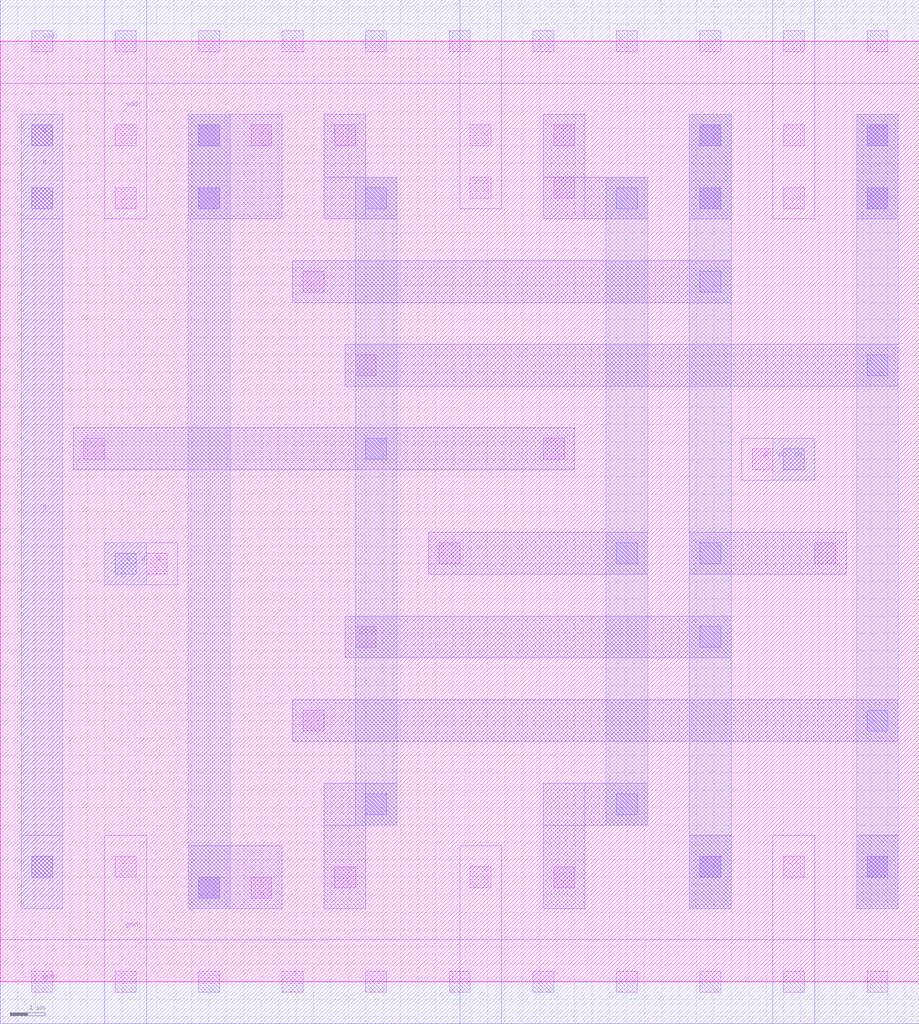
<source format=lef>
#******
# Preview export LEF
#
#	 Preview sub-version 5.10.41_USR5.90.69
#
# REF LIBS: muddlib10 
# TECH LIB NAME: UofU_TechLib_ami06
# TECH FILE NAME: techfile.cds
#
# William Koven
# 19 January 2010
# Contains Tech Header info and Muddlib files
# Abstracts have no errors or warnings (pins are on grid)
# Now includes a fill_1_wide cell
#******

VERSION 5.5 ;
NAMESCASESENSITIVE ON ;
BUSBITCHARS "[]" ;
DIVIDERCHAR "/" ;
UNITS
  DATABASE MICRONS 100 ;
END UNITS

MANUFACTURINGGRID 0.15 ;

LAYER poly
  TYPE	MASTERSLICE ;
END poly

LAYER cc
  TYPE	CUT ;
  SPACING	0.9 ;
END cc

LAYER metal1
  TYPE		ROUTING ;
  DIRECTION	HORIZONTAL ;
  PITCH		3  ;
  WIDTH		0.9 ;
  SPACING	0.9 ;
  OFFSET	1.5 ; 
  RESISTANCE	RPERSQ 0.09 ;
  CAPACITANCE	CPERSQDIST 4.0e-05 ;
  EDGECAPACITANCE 7.5e-05 ;
END metal1

LAYER via
  TYPE	CUT ;
  SPACING	0.9 ;
END via

LAYER metal2
  TYPE		ROUTING ;
  DIRECTION	VERTICAL ;
  PITCH		2.4  ;
  WIDTH		0.9 ;
  SPACING	0.9 ;
  OFFSET	1.2 ;
  RESISTANCE	RPERSQ 0.09 ;
  CAPACITANCE	CPERSQDIST 2.0e-05 ;
  EDGECAPACITANCE 6.0e-05 ;
END metal2

LAYER via2
  TYPE	CUT ;
  SPACING	0.9 ;
END via2

LAYER metal3
  TYPE		ROUTING ;
  DIRECTION	HORIZONTAL ;
  PITCH		3  ;
  WIDTH		1.5 ;
  SPACING	0.9 ;
  OFFSET	1.5 ;
  RESISTANCE	RPERSQ 0.05 ;
  CAPACITANCE	CPERSQDIST 1.5e-05 ;
  EDGECAPACITANCE 4.0e-05 ;
END metal3

SPACING
  SAMENET poly  poly	0.900 ;
  SAMENET metal1  metal1	0.900  STACK ;
  SAMENET metal2  metal2	0.900  STACK ;
  SAMENET metal3  metal3	0.900 ;
  SAMENET cc  via	0.000  STACK ;
  SAMENET via  via	0.900 ;
  SAMENET via  via2	0.000  STACK ;
  SAMENET via2  via2	0.900 ;
END SPACING

VIA M1_POLY DEFAULT
  LAYER poly ;
    RECT -0.600 -0.600 0.600 0.600 ;
  LAYER cc ;
    RECT -0.300 -0.300 0.300 0.300 ;
  LAYER metal1 ;
    RECT -0.600 -0.600 0.600 0.600 ;
  RESISTANCE	17.0 ;
END M1_POLY

VIA M2_M1 DEFAULT
  LAYER metal1 ;
    RECT -0.600 -0.600 0.600 0.600 ;
  LAYER via ;
    RECT -0.300 -0.300 0.300 0.300 ;
  LAYER metal2 ;
    RECT -0.600 -0.600 0.600 0.600 ;
  RESISTANCE	0.90 ;
END M2_M1

VIA M3_M2 DEFAULT
  LAYER metal2 ;
    RECT -0.600 -0.600 0.600 0.600 ;
  LAYER via2 ;
    RECT -0.300 -0.300 0.300 0.300 ;
  LAYER metal3 ;
    RECT -0.900 -0.900 0.900 0.900 ;
  RESISTANCE	0.80 ;
END M3_M2


VIARULE viagen21 GENERATE
  LAYER metal1 ;
    DIRECTION HORIZONTAL ;
    WIDTH 1.2 TO 120 ;
    OVERHANG 0.3 ;
    METALOVERHANG 0 ;
  LAYER metal2 ;
    DIRECTION VERTICAL ;
    WIDTH 1.2 TO 120 ;
    OVERHANG 0.3 ;
    METALOVERHANG 0 ;
  LAYER via ;
    RECT -0.3 -0.3 0.3 0.3 ;
    SPACING 1.5 BY 1.5 ;
END viagen21

VIARULE viagen32 GENERATE
  LAYER metal3 ;
    DIRECTION HORIZONTAL ;
    WIDTH 1.8 TO 180 ;
    OVERHANG 0.6 ;
    METALOVERHANG 0 ;
  LAYER metal2 ;
    DIRECTION VERTICAL ;
    WIDTH 1.2 TO 120 ;
    OVERHANG 0.3 ;
    METALOVERHANG 0 ;
  LAYER via2 ;
    RECT -0.3 -0.3 0.3 0.3 ;
    SPACING 2.1 BY 2.1 ;
END viagen32

VIARULE TURN1 GENERATE
  LAYER metal1 ;
    DIRECTION HORIZONTAL ;
  LAYER metal1 ;
    DIRECTION VERTICAL ;
END TURN1

VIARULE TURN2 GENERATE
  LAYER metal2 ;
    DIRECTION HORIZONTAL ;
  LAYER metal2 ;
    DIRECTION VERTICAL ;
END TURN2

VIARULE TURN3 GENERATE
  LAYER metal3 ;
    DIRECTION HORIZONTAL ;
  LAYER metal3 ;
    DIRECTION VERTICAL ;
END TURN3

SITE  corner
    CLASS	PAD ;
    SYMMETRY	R90 Y ;
    SIZE	300.000 BY 300.000 ;
END  corner

SITE  IO
    CLASS	PAD ;
    SYMMETRY	Y ;
    SIZE	90.000 BY 300.000 ;
END  IO

SITE  dbl_core
    CLASS	CORE ;
    SYMMETRY	Y ;
    SIZE	2.400 BY 54.000 ;
END  dbl_core

SITE  core
    CLASS	CORE ;
    SYMMETRY	Y ;
    SIZE	2.400 BY 27.000 ;
END  core


MACRO nor3_1x
    CLASS CORE ;
    FOREIGN nor3_1x 0 0 ;
    ORIGIN 0.00 0.00 ;
    SIZE 9.60 BY 27.00 ;
    SYMMETRY X Y ;
    SITE core ;
    PIN a
        DIRECTION INPUT ;
        PORT
        LAYER cc ;
        RECT  1.20 11.70 1.80 12.30 ;
        LAYER via ;
        RECT  1.20 11.70 1.80 12.30 ;
        LAYER metal2 ;
        RECT  0.90 11.40 2.10 12.60 ;
        LAYER metal1 ;
        RECT  0.90 11.40 2.10 12.60 ;
        END
    END a
    PIN b
        DIRECTION INPUT ;
        PORT
        LAYER cc ;
        RECT  3.30 8.70 3.90 9.30 ;
        LAYER via ;
        RECT  3.30 8.70 3.90 9.30 ;
        LAYER metal2 ;
        RECT  3.00 8.40 4.20 9.60 ;
        LAYER metal1 ;
        RECT  3.00 8.40 4.20 9.60 ;
        END
    END b
    PIN c
        DIRECTION INPUT ;
        PORT
        LAYER cc ;
        RECT  5.70 14.70 6.30 15.30 ;
        LAYER via ;
        RECT  5.70 14.70 6.30 15.30 ;
        LAYER metal2 ;
        RECT  5.40 14.40 6.60 15.60 ;
        LAYER metal1 ;
        RECT  5.40 14.40 6.60 15.60 ;
        END
    END c
    PIN y
        DIRECTION OUTPUT ;
        PORT
        LAYER cc ;
        RECT  8.10 2.40 8.70 3.00 ;
        RECT  8.10 3.90 8.70 4.50 ;
        RECT  6.30 19.20 6.90 19.80 ;
        RECT  6.30 20.70 6.90 21.30 ;
        RECT  6.30 22.20 6.90 22.80 ;
        RECT  6.30 23.70 6.90 24.30 ;
        RECT  3.30 2.40 3.90 3.00 ;
        RECT  3.30 3.90 3.90 4.50 ;
        LAYER via ;
        RECT  8.10 5.70 8.70 6.30 ;
        LAYER metal2 ;
        RECT  7.80 5.40 9.00 6.60 ;
        LAYER metal1 ;
        RECT  6.00 18.60 9.00 19.80 ;
        RECT  7.80 2.10 9.00 19.80 ;
        RECT  3.00 5.70 9.00 6.90 ;
        RECT  6.00 18.60 7.20 24.90 ;
        RECT  3.00 2.10 4.20 6.90 ;
        END
    END y
    PIN gnd!
        DIRECTION INOUT ;
        USE GROUND ;
        SHAPE ABUTMENT ;
        PORT
        LAYER cc ;
        RECT  8.10 -0.30 8.70 0.30 ;
        RECT  5.70 -0.30 6.30 0.30 ;
        RECT  5.70 2.40 6.30 3.00 ;
        RECT  5.70 3.90 6.30 4.50 ;
        RECT  3.30 -0.30 3.90 0.30 ;
        RECT  0.90 -0.30 1.50 0.30 ;
        RECT  0.90 2.40 1.50 3.00 ;
        RECT  0.90 3.90 1.50 4.50 ;
        LAYER metal1 ;
        RECT  0.00 -1.20 9.60 1.20 ;
        RECT  5.40 -1.20 6.60 4.80 ;
        RECT  0.60 -1.20 1.80 4.80 ;
        END
    END gnd!
    PIN vdd!
        DIRECTION INOUT ;
        USE POWER ;
        SHAPE ABUTMENT ;
        PORT
        LAYER cc ;
        RECT  8.10 26.70 8.70 27.30 ;
        RECT  5.70 26.70 6.30 27.30 ;
        RECT  3.30 26.70 3.90 27.30 ;
        RECT  0.90 19.20 1.50 19.80 ;
        RECT  0.90 20.70 1.50 21.30 ;
        RECT  0.90 22.20 1.50 22.80 ;
        RECT  0.90 23.70 1.50 24.30 ;
        RECT  0.90 26.70 1.50 27.30 ;
        LAYER metal1 ;
        RECT  0.00 25.80 9.60 28.20 ;
        RECT  0.60 18.60 1.80 28.20 ;
        END
    END vdd!
END nor3_1x

MACRO nor2_1x
    CLASS CORE ;
    FOREIGN nor2_1x 0 0 ;
    ORIGIN 0.00 0.00 ;
    SIZE 7.20 BY 27.00 ;
    SYMMETRY X Y ;
    SITE core ;
    PIN b
        DIRECTION INPUT ;
        PORT
        LAYER cc ;
        RECT  5.70 8.70 6.30 9.30 ;
        LAYER via ;
        RECT  5.70 8.70 6.30 9.30 ;
        LAYER metal2 ;
        RECT  5.40 8.40 6.60 9.60 ;
        LAYER metal1 ;
        RECT  5.40 8.40 6.60 9.60 ;
        END
    END b
    PIN y
        DIRECTION OUTPUT ;
        PORT
        LAYER cc ;
        RECT  4.80 20.70 5.40 21.30 ;
        RECT  4.80 22.20 5.40 22.80 ;
        RECT  4.80 23.70 5.40 24.30 ;
        RECT  3.30 3.00 3.90 3.60 ;
        LAYER via ;
        RECT  3.30 11.70 3.90 12.30 ;
        LAYER metal2 ;
        RECT  3.00 11.40 4.20 12.60 ;
        LAYER metal1 ;
        RECT  4.50 11.40 5.70 24.90 ;
        RECT  3.00 11.40 5.70 12.60 ;
        RECT  3.00 2.10 4.20 12.60 ;
        END
    END y
    PIN a
        DIRECTION INPUT ;
        PORT
        LAYER cc ;
        RECT  0.90 14.70 1.50 15.30 ;
        LAYER via ;
        RECT  0.90 14.70 1.50 15.30 ;
        LAYER metal2 ;
        RECT  0.60 14.40 1.80 15.60 ;
        LAYER metal1 ;
        RECT  0.60 14.40 1.80 15.60 ;
        END
    END a
    PIN gnd!
        DIRECTION INOUT ;
        USE GROUND ;
        SHAPE ABUTMENT ;
        PORT
        LAYER cc ;
        RECT  5.70 -0.30 6.30 0.30 ;
        RECT  5.70 3.00 6.30 3.60 ;
        RECT  3.30 -0.30 3.90 0.30 ;
        RECT  0.90 -0.30 1.50 0.30 ;
        RECT  0.90 3.00 1.50 3.60 ;
        LAYER metal1 ;
        RECT  0.00 -1.20 7.20 1.20 ;
        RECT  5.40 -1.20 6.60 4.50 ;
        RECT  0.60 -1.20 1.80 4.50 ;
        END
    END gnd!
    PIN vdd!
        DIRECTION INOUT ;
        USE POWER ;
        SHAPE ABUTMENT ;
        PORT
        LAYER cc ;
        RECT  5.70 26.70 6.30 27.30 ;
        RECT  3.30 26.70 3.90 27.30 ;
        RECT  0.90 20.70 1.50 21.30 ;
        RECT  0.90 22.20 1.50 22.80 ;
        RECT  0.90 23.70 1.50 24.30 ;
        RECT  0.90 26.70 1.50 27.30 ;
        LAYER metal1 ;
        RECT  0.00 25.80 7.20 28.20 ;
        RECT  0.60 20.40 1.80 28.20 ;
        END
    END vdd!
END nor2_1x

MACRO nand3_1x
    CLASS CORE ;
    FOREIGN nand3_1x 0 0 ;
    ORIGIN 0.00 0.00 ;
    SIZE 9.60 BY 27.00 ;
    SYMMETRY X Y ;
    SITE core ;
    PIN a
        DIRECTION INPUT ;
        PORT
        LAYER cc ;
        RECT  0.90 14.70 1.50 15.30 ;
        LAYER via ;
        RECT  0.90 14.70 1.50 15.30 ;
        LAYER metal2 ;
        RECT  0.60 14.40 1.80 15.60 ;
        LAYER metal1 ;
        RECT  0.60 14.40 1.80 15.60 ;
        END
    END a
    PIN b
        DIRECTION INPUT ;
        PORT
        LAYER cc ;
        RECT  3.30 14.70 3.90 15.30 ;
        LAYER via ;
        RECT  3.30 14.70 3.90 15.30 ;
        LAYER metal2 ;
        RECT  3.00 14.40 4.20 15.60 ;
        LAYER metal1 ;
        RECT  3.00 14.40 4.20 15.60 ;
        END
    END b
    PIN c
        DIRECTION INPUT ;
        PORT
        LAYER cc ;
        RECT  5.70 14.70 6.30 15.30 ;
        LAYER via ;
        RECT  5.70 14.70 6.30 15.30 ;
        LAYER metal2 ;
        RECT  5.40 14.40 6.60 15.60 ;
        LAYER metal1 ;
        RECT  5.40 14.40 6.60 15.60 ;
        END
    END c
    PIN y
        DIRECTION OUTPUT ;
        PORT
        LAYER cc ;
        RECT  8.10 21.90 8.70 22.50 ;
        RECT  8.10 23.40 8.70 24.00 ;
        RECT  6.30 2.70 6.90 3.30 ;
        RECT  6.30 4.20 6.90 4.80 ;
        RECT  6.30 5.70 6.90 6.30 ;
        RECT  3.30 21.90 3.90 22.50 ;
        RECT  3.30 23.40 3.90 24.00 ;
        LAYER via ;
        RECT  8.10 14.70 8.70 15.30 ;
        LAYER metal2 ;
        RECT  7.80 14.40 9.00 15.60 ;
        LAYER metal1 ;
        RECT  7.80 5.70 9.00 24.90 ;
        RECT  3.00 19.20 9.00 20.10 ;
        RECT  6.00 5.70 9.00 6.90 ;
        RECT  6.00 2.10 7.20 6.90 ;
        RECT  3.00 19.20 4.20 24.90 ;
        END
    END y
    PIN gnd!
        DIRECTION INOUT ;
        USE GROUND ;
        SHAPE ABUTMENT ;
        PORT
        LAYER cc ;
        RECT  8.10 -0.30 8.70 0.30 ;
        RECT  5.70 -0.30 6.30 0.30 ;
        RECT  3.30 -0.30 3.90 0.30 ;
        RECT  0.90 -0.30 1.50 0.30 ;
        RECT  0.90 2.70 1.50 3.30 ;
        RECT  0.90 4.20 1.50 4.80 ;
        RECT  0.90 5.70 1.50 6.30 ;
        LAYER metal1 ;
        RECT  0.00 -1.20 9.60 1.20 ;
        RECT  0.60 -1.20 1.80 6.90 ;
        END
    END gnd!
    PIN vdd!
        DIRECTION INOUT ;
        USE POWER ;
        SHAPE ABUTMENT ;
        PORT
        LAYER cc ;
        RECT  8.10 26.70 8.70 27.30 ;
        RECT  5.70 21.90 6.30 22.50 ;
        RECT  5.70 23.40 6.30 24.00 ;
        RECT  5.70 26.70 6.30 27.30 ;
        RECT  3.30 26.70 3.90 27.30 ;
        RECT  0.90 21.90 1.50 22.50 ;
        RECT  0.90 23.40 1.50 24.00 ;
        RECT  0.90 26.70 1.50 27.30 ;
        LAYER metal1 ;
        RECT  0.00 25.80 9.60 28.20 ;
        RECT  5.40 21.00 6.60 28.20 ;
        RECT  0.60 21.00 1.80 28.20 ;
        END
    END vdd!
END nand3_1x

MACRO nand2_1x
    CLASS CORE ;
    FOREIGN nand2_1x 0 0 ;
    ORIGIN 0.00 0.00 ;
    SIZE 7.20 BY 27.00 ;
    SYMMETRY X Y ;
    SITE core ;
    PIN b
        DIRECTION INPUT ;
        PORT
        LAYER cc ;
        RECT  5.70 14.70 6.30 15.30 ;
        LAYER via ;
        RECT  5.70 14.70 6.30 15.30 ;
        LAYER metal2 ;
        RECT  5.40 14.40 6.60 15.60 ;
        LAYER metal1 ;
        RECT  5.40 14.40 6.60 15.60 ;
        END
    END b
    PIN y
        DIRECTION OUTPUT ;
        PORT
        LAYER cc ;
        RECT  4.80 2.70 5.40 3.30 ;
        RECT  4.80 4.65 5.40 5.25 ;
        RECT  3.30 21.90 3.90 22.50 ;
        RECT  3.30 23.70 3.90 24.30 ;
        LAYER via ;
        RECT  3.30 11.70 3.90 12.30 ;
        LAYER metal2 ;
        RECT  3.00 11.40 4.20 12.60 ;
        LAYER metal1 ;
        RECT  3.00 11.40 5.70 12.60 ;
        RECT  4.50 2.10 5.70 12.60 ;
        RECT  3.00 11.40 4.20 24.90 ;
        END
    END y
    PIN a
        DIRECTION INPUT ;
        PORT
        LAYER cc ;
        RECT  0.90 8.70 1.50 9.30 ;
        LAYER via ;
        RECT  0.90 8.70 1.50 9.30 ;
        LAYER metal2 ;
        RECT  0.60 8.40 1.80 9.60 ;
        LAYER metal1 ;
        RECT  0.60 8.40 1.80 9.60 ;
        END
    END a
    PIN gnd!
        DIRECTION INOUT ;
        USE GROUND ;
        SHAPE ABUTMENT ;
        PORT
        LAYER cc ;
        RECT  5.70 -0.30 6.30 0.30 ;
        RECT  3.30 -0.30 3.90 0.30 ;
        RECT  0.90 -0.30 1.50 0.30 ;
        RECT  0.90 2.70 1.50 3.30 ;
        RECT  0.90 4.65 1.50 5.25 ;
        LAYER metal1 ;
        RECT  0.00 -1.20 7.20 1.20 ;
        RECT  0.60 -1.20 1.80 5.70 ;
        END
    END gnd!
    PIN vdd!
        DIRECTION INOUT ;
        USE POWER ;
        SHAPE ABUTMENT ;
        PORT
        LAYER cc ;
        RECT  5.70 21.90 6.30 22.50 ;
        RECT  5.70 23.70 6.30 24.30 ;
        RECT  5.70 26.70 6.30 27.30 ;
        RECT  3.30 26.70 3.90 27.30 ;
        RECT  0.90 21.90 1.50 22.50 ;
        RECT  0.90 23.70 1.50 24.30 ;
        RECT  0.90 26.70 1.50 27.30 ;
        LAYER metal1 ;
        RECT  0.00 25.80 7.20 28.20 ;
        RECT  5.40 21.30 6.60 28.20 ;
        RECT  0.60 21.30 1.80 28.20 ;
        END
    END vdd!
END nand2_1x

MACRO latch_c_1x
    CLASS CORE ;
    FOREIGN latch_c_1x -3 0 ;
    ORIGIN 3.00 0.00 ;
    SIZE 26.40 BY 27.00 ;
    SYMMETRY X Y ;
    SITE core ;
    PIN d
        DIRECTION INPUT ;
        PORT
        LAYER cc ;
        RECT  1.20 11.70 1.80 12.30 ;
        LAYER via ;
        RECT  0.30 11.70 0.90 12.30 ;
        LAYER metal2 ;
        RECT  0.00 11.40 1.20 12.60 ;
        LAYER metal1 ;
        RECT  0.00 11.40 2.10 12.60 ;
        END
    END d
    PIN ph
        DIRECTION INPUT ;
        USE CLOCK ;
        PORT
        LAYER cc ;
        RECT  18.60 14.70 19.20 15.30 ;
        LAYER via ;
        RECT  19.50 14.70 20.10 15.30 ;
        LAYER metal2 ;
        RECT  19.20 14.40 20.40 15.60 ;
        LAYER metal1 ;
        RECT  18.30 14.40 20.40 15.60 ;
        END
    END ph
    PIN q
        DIRECTION OUTPUT ;
        PORT
        LAYER cc ;
        RECT  -2.10 3.00 -1.50 3.60 ;
        RECT  -2.10 22.20 -1.50 22.80 ;
        RECT  -2.10 24.00 -1.50 24.60 ;
        LAYER via ;
        RECT  -2.10 3.00 -1.50 3.60 ;
        RECT  -2.10 22.20 -1.50 22.80 ;
        RECT  -2.10 24.00 -1.50 24.60 ;
        LAYER metal2 ;
        RECT  -2.40 2.10 -1.20 24.90 ;
        LAYER metal1 ;
        RECT  -2.40 2.10 -1.20 4.20 ;
        RECT  -2.40 21.90 -1.20 24.90 ;
        END
    END q
    PIN vdd!
        DIRECTION OUTPUT ;
        USE POWER ;
        SHAPE ABUTMENT ;
        PORT
        LAYER cc ;
        RECT  21.90 26.70 22.50 27.30 ;
        RECT  19.50 22.20 20.10 22.80 ;
        RECT  19.50 24.00 20.10 24.60 ;
        RECT  19.50 26.70 20.10 27.30 ;
        RECT  17.10 26.70 17.70 27.30 ;
        RECT  14.70 26.70 15.30 27.30 ;
        RECT  12.30 26.70 12.90 27.30 ;
        RECT  10.50 22.50 11.10 23.10 ;
        RECT  10.50 24.00 11.10 24.60 ;
        RECT  9.90 26.70 10.50 27.30 ;
        RECT  7.50 26.70 8.10 27.30 ;
        RECT  5.10 26.70 5.70 27.30 ;
        RECT  2.70 26.70 3.30 27.30 ;
        RECT  0.30 22.20 0.90 22.80 ;
        RECT  0.30 24.00 0.90 24.60 ;
        RECT  0.30 26.70 0.90 27.30 ;
        RECT  -2.10 26.70 -1.50 27.30 ;
        LAYER metal1 ;
        RECT  -3.00 25.80 23.40 28.20 ;
        RECT  19.20 21.90 20.40 28.20 ;
        RECT  10.20 22.20 11.40 28.20 ;
        RECT  0.00 21.90 1.20 28.20 ;
        END
    END vdd!
    PIN gnd!
        DIRECTION OUTPUT ;
        USE GROUND ;
        SHAPE ABUTMENT ;
        PORT
        LAYER cc ;
        RECT  21.90 -0.30 22.50 0.30 ;
        RECT  19.50 -0.30 20.10 0.30 ;
        RECT  19.50 3.00 20.10 3.60 ;
        RECT  17.10 -0.30 17.70 0.30 ;
        RECT  14.70 -0.30 15.30 0.30 ;
        RECT  12.30 -0.30 12.90 0.30 ;
        RECT  10.50 2.70 11.10 3.30 ;
        RECT  9.90 -0.30 10.50 0.30 ;
        RECT  7.50 -0.30 8.10 0.30 ;
        RECT  5.10 -0.30 5.70 0.30 ;
        RECT  2.70 -0.30 3.30 0.30 ;
        RECT  0.30 -0.30 0.90 0.30 ;
        RECT  0.30 3.00 0.90 3.60 ;
        RECT  -2.10 -0.30 -1.50 0.30 ;
        LAYER metal1 ;
        RECT  -3.00 -1.20 23.40 1.20 ;
        RECT  19.20 -1.20 20.40 4.20 ;
        RECT  10.20 -1.20 11.40 3.90 ;
        RECT  0.00 -1.20 1.20 4.20 ;
        END
    END gnd!
    OBS
        LAYER cc ;
        RECT  -0.60 15.00 0.00 15.60 ;
        RECT  2.70 24.00 3.30 24.60 ;
        RECT  2.70 22.20 3.30 22.80 ;
        RECT  2.70 2.40 3.30 3.00 ;
        RECT  4.20 24.00 4.80 24.60 ;
        RECT  4.20 2.40 4.80 3.00 ;
        RECT  5.70 19.80 6.30 20.40 ;
        RECT  5.70 7.20 6.30 7.80 ;
        RECT  6.60 24.00 7.20 24.60 ;
        RECT  6.60 2.70 7.20 3.30 ;
        RECT  7.20 17.40 7.80 18.00 ;
        RECT  7.20 9.60 7.80 10.20 ;
        RECT  9.60 12.00 10.20 12.60 ;
        RECT  12.60 15.00 13.20 15.60 ;
        RECT  12.90 24.00 13.50 24.60 ;
        RECT  12.90 22.50 13.50 23.10 ;
        RECT  12.90 2.70 13.50 3.30 ;
        RECT  17.10 24.00 17.70 24.60 ;
        RECT  17.10 22.20 17.70 22.80 ;
        RECT  17.10 3.00 17.70 3.60 ;
        RECT  20.40 12.00 21.00 12.60 ;
        RECT  21.90 24.00 22.50 24.60 ;
        RECT  21.90 22.20 22.50 22.80 ;
        RECT  21.90 3.00 22.50 3.60 ;
        LAYER metal1 ;
        RECT  2.40 21.90 5.10 24.90 ;
        RECT  2.40 2.10 5.10 3.90 ;
        RECT  6.30 21.90 8.40 23.10 ;
        RECT  6.30 21.90 7.50 24.90 ;
        RECT  6.30 2.10 7.50 5.70 ;
        RECT  6.30 4.50 8.40 5.70 ;
        RECT  -0.90 14.70 13.50 15.90 ;
        RECT  12.60 21.90 15.60 23.10 ;
        RECT  12.60 21.90 13.80 24.90 ;
        RECT  9.30 11.70 15.60 12.90 ;
        RECT  12.60 2.10 13.80 5.70 ;
        RECT  12.60 4.50 15.60 5.70 ;
        RECT  16.80 21.90 18.00 24.90 ;
        RECT  5.40 19.50 18.00 20.70 ;
        RECT  6.90 9.30 18.00 10.50 ;
        RECT  16.80 2.10 18.00 4.20 ;
        RECT  16.80 11.70 21.30 12.90 ;
        RECT  21.60 21.90 22.80 24.90 ;
        RECT  6.90 17.10 22.80 18.30 ;
        RECT  5.40 6.90 22.80 8.10 ;
        RECT  21.60 2.10 22.80 4.20 ;
        LAYER via ;
        RECT  2.70 24.00 3.30 24.60 ;
        RECT  2.70 22.20 3.30 22.80 ;
        RECT  2.70 2.40 3.30 3.00 ;
        RECT  7.50 22.20 8.10 22.80 ;
        RECT  7.50 15.00 8.10 15.60 ;
        RECT  7.50 4.80 8.10 5.40 ;
        RECT  14.70 22.20 15.30 22.80 ;
        RECT  14.70 12.00 15.30 12.60 ;
        RECT  14.70 4.80 15.30 5.40 ;
        RECT  17.10 24.00 17.70 24.60 ;
        RECT  17.10 22.20 17.70 22.80 ;
        RECT  17.10 19.80 17.70 20.40 ;
        RECT  17.10 12.00 17.70 12.60 ;
        RECT  17.10 9.60 17.70 10.20 ;
        RECT  17.10 3.00 17.70 3.60 ;
        RECT  21.90 24.00 22.50 24.60 ;
        RECT  21.90 22.20 22.50 22.80 ;
        RECT  21.90 17.40 22.50 18.00 ;
        RECT  21.90 7.20 22.50 7.80 ;
        RECT  21.90 3.00 22.50 3.60 ;
        LAYER metal2 ;
        RECT  2.40 2.10 3.60 24.90 ;
        RECT  7.20 4.50 8.40 23.10 ;
        RECT  14.40 4.50 15.60 23.10 ;
        RECT  16.80 2.10 18.00 24.90 ;
        RECT  21.60 2.10 22.80 24.90 ;
    END
END latch_c_1x

MACRO inv_1x
    CLASS CORE ;
    FOREIGN inv_1x 0 0 ;
    ORIGIN 0.00 0.00 ;
    SIZE 4.80 BY 27.00 ;
    SYMMETRY X Y ;
    SITE core ;
    PIN a
        DIRECTION INPUT ;
        PORT
        LAYER cc ;
        RECT  0.90 11.70 1.50 12.30 ;
        LAYER via ;
        RECT  0.90 11.70 1.50 12.30 ;
        LAYER metal2 ;
        RECT  0.60 11.40 2.10 12.60 ;
        LAYER metal1 ;
        RECT  0.60 11.40 1.80 12.60 ;
        END
    END a
    PIN y
        DIRECTION OUTPUT ;
        PORT
        LAYER cc ;
        RECT  3.30 2.70 3.90 3.30 ;
        RECT  3.30 22.20 3.90 22.80 ;
        RECT  3.30 24.00 3.90 24.60 ;
        LAYER via ;
        RECT  3.30 11.70 3.90 12.30 ;
        LAYER metal2 ;
        RECT  3.00 11.40 4.20 12.60 ;
        LAYER metal1 ;
        RECT  3.00 2.10 4.20 24.90 ;
        END
    END y
    PIN gnd!
        DIRECTION INOUT ;
        USE GROUND ;
        SHAPE ABUTMENT ;
        PORT
        LAYER cc ;
        RECT  3.30 -0.30 3.90 0.30 ;
        RECT  0.90 -0.30 1.50 0.30 ;
        RECT  0.90 2.70 1.50 3.30 ;
        LAYER metal1 ;
        RECT  0.00 -1.20 4.80 1.20 ;
        RECT  0.60 -1.20 1.80 4.20 ;
        END
    END gnd!
    PIN vdd!
        DIRECTION INOUT ;
        USE POWER ;
        SHAPE ABUTMENT ;
        PORT
        LAYER cc ;
        RECT  3.30 26.70 3.90 27.30 ;
        RECT  0.90 22.20 1.50 22.80 ;
        RECT  0.90 24.00 1.50 24.60 ;
        RECT  0.90 26.70 1.50 27.30 ;
        LAYER metal1 ;
        RECT  0.00 25.80 4.80 28.20 ;
        RECT  0.60 21.90 1.80 28.20 ;
        END
    END vdd!
END inv_1x

MACRO fill_1_wide
    CLASS CORE ;
    FOREIGN fill_1_wide 0 0 ;
    ORIGIN 0.00 0.00 ;
    SIZE 4.80 BY 27.00 ;
    SYMMETRY X Y ;
    SITE core ;
    PIN gnd!
        DIRECTION INOUT ;
        USE GROUND ;
        SHAPE ABUTMENT ;
        PORT
        LAYER cc ;
        RECT  3.30 -0.30 3.90 0.30 ;
        RECT  0.90 -0.30 1.50 0.30 ;
        LAYER metal1 ;
        RECT  0.00 -1.20 4.80 1.20 ;
        END
    END gnd!
    PIN vdd!
        DIRECTION INOUT ;
        USE POWER ;
        SHAPE ABUTMENT ;
        PORT
        LAYER cc ;
        RECT  3.30 26.70 3.90 27.30 ;
        RECT  0.90 26.70 1.50 27.30 ;
        LAYER metal1 ;
        RECT  0.00 25.80 4.80 28.20 ;
        END
    END vdd!
END fill_1_wide

END LIBRARY

</source>
